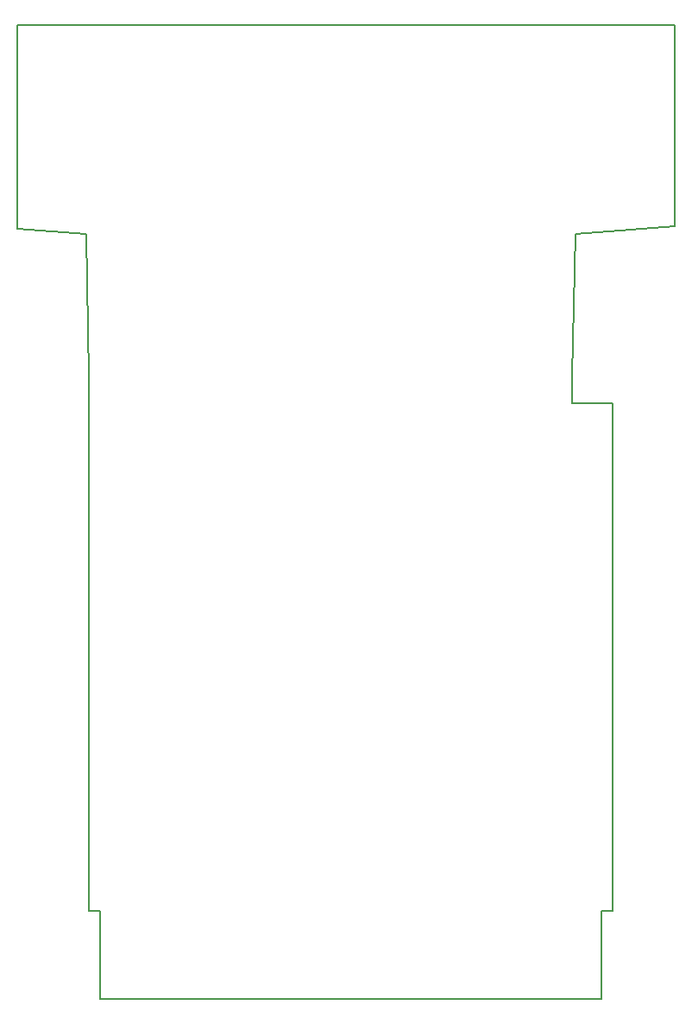
<source format=gm1>
G04 #@! TF.GenerationSoftware,KiCad,Pcbnew,6.0.8*
G04 #@! TF.CreationDate,2022-10-09T16:44:11-07:00*
G04 #@! TF.ProjectId,interposer,696e7465-7270-46f7-9365-722e6b696361,v4.0*
G04 #@! TF.SameCoordinates,Original*
G04 #@! TF.FileFunction,Profile,NP*
%FSLAX46Y46*%
G04 Gerber Fmt 4.6, Leading zero omitted, Abs format (unit mm)*
G04 Created by KiCad (PCBNEW 6.0.8) date 2022-10-09 16:44:11*
%MOMM*%
%LPD*%
G01*
G04 APERTURE LIST*
G04 #@! TA.AperFunction,Profile*
%ADD10C,0.150000*%
G04 #@! TD*
G04 APERTURE END LIST*
D10*
X74300000Y-91400000D02*
X74300000Y-39000000D01*
X67250000Y-4500000D02*
X82250000Y-4500000D01*
X122000000Y-25000000D02*
X131750000Y-24250000D01*
X74300000Y-39000000D02*
X74000000Y-25000000D01*
X74000000Y-25000000D02*
X67250000Y-24500000D01*
X125700000Y-91400000D02*
X125700000Y-41600000D01*
X75400000Y-100000000D02*
X124600000Y-100000000D01*
X131750000Y-4500000D02*
X131250000Y-4500000D01*
X131750000Y-24250000D02*
X131750000Y-9500000D01*
X124600000Y-100000000D02*
X124600000Y-91400000D01*
X121700000Y-39000000D02*
X121700000Y-41600000D01*
X124600000Y-91400000D02*
X125700000Y-91400000D01*
X125700000Y-41600000D02*
X121700000Y-41600000D01*
X67250000Y-24500000D02*
X67250000Y-4500000D01*
X75400000Y-91400000D02*
X74300000Y-91400000D01*
X75400000Y-100000000D02*
X75400000Y-91400000D01*
X131750000Y-9500000D02*
X131750000Y-4500000D01*
X82250000Y-4500000D02*
X131250000Y-4500000D01*
X121700000Y-39000000D02*
X122000000Y-25000000D01*
M02*

</source>
